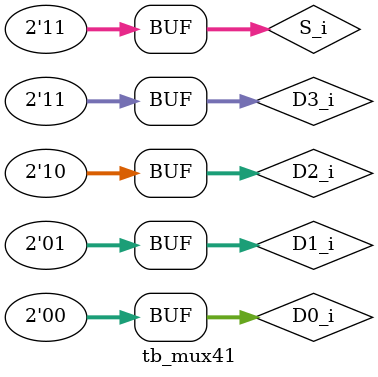
<source format=v>
`timescale 1ns/1ns

module tb_mux41 (

);

    reg  [1:0]  D0_i;
    reg  [1:0]  D1_i;
    reg  [1:0]  D2_i;
    reg  [1:0]  D3_i;
    reg  [1:0]  S_i;
    wire [1:0]  Y_o;

    mux41 u_mux_41 (
        .D0_i (D0_i),
        .D1_i (D1_i),
        .D2_i (D2_i),
        .D3_i (D3_i),
        .S_i  (S_i),
        .Y_o  (Y_o)
    );

    initial begin
        #0
        D0_i = 2'b00;
        D1_i = 2'b01;
        D2_i = 2'b10;
        D3_i = 2'b11;
        S_i  = 2'b00; 

        #1
        D0_i = 2'b00;
        D1_i = 2'b01;
        D2_i = 2'b10;
        D3_i = 2'b11;
        S_i  = 2'b01; 

        #1
        D0_i = 2'b00;
        D1_i = 2'b01;
        D2_i = 2'b10;
        D3_i = 2'b11;
        S_i  = 2'b10; 

        #1
        D0_i = 2'b00;
        D1_i = 2'b01;
        D2_i = 2'b10;
        D3_i = 2'b11;
        S_i  = 2'b11; 


    end

    initial begin
	    $dumpfile("mux41.vcd");
	    $dumpvars(1);
    end

endmodule
</source>
